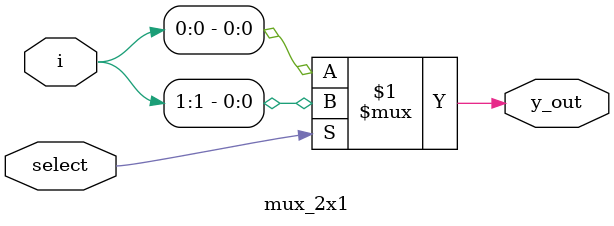
<source format=v>
`timescale 1ns / 1ps

module mux_2x1(
    input [1:0] i,
    input select,
    output y_out    
    );
    assign y_out= select ? i[1] : i[0];
endmodule

</source>
